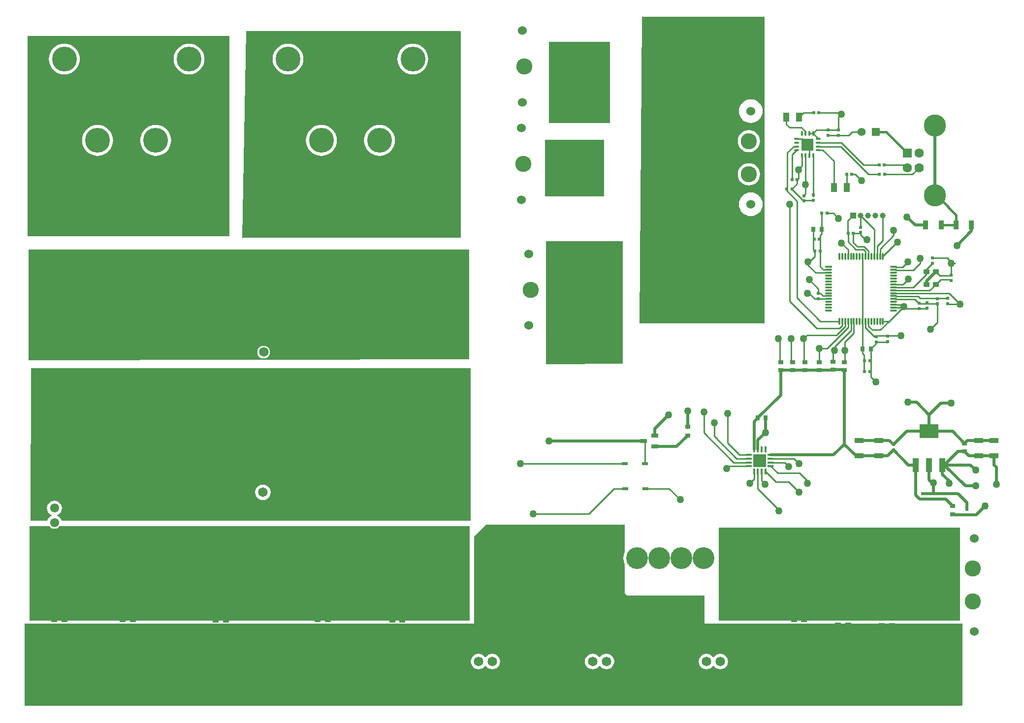
<source format=gtl>
G04*
G04 #@! TF.GenerationSoftware,Altium Limited,Altium Designer,18.1.7 (191)*
G04*
G04 Layer_Physical_Order=1*
G04 Layer_Color=255*
%FSLAX25Y25*%
%MOIN*%
G70*
G01*
G75*
%ADD11C,0.02000*%
%ADD13C,0.01000*%
%ADD18R,0.04375X0.02365*%
%ADD19R,0.02165X0.02165*%
%ADD20R,0.02441X0.02441*%
%ADD21R,0.02165X0.02165*%
%ADD22R,0.02756X0.03347*%
%ADD23R,0.02441X0.02441*%
%ADD24R,0.05118X0.02559*%
%ADD25R,0.03543X0.02756*%
%ADD27R,0.03937X0.09449*%
%ADD28R,0.12992X0.09449*%
%ADD29R,0.03347X0.02756*%
%ADD30R,0.04921X0.01181*%
%ADD31O,0.04921X0.01181*%
%ADD32O,0.01181X0.04921*%
%ADD33O,0.01181X0.03347*%
%ADD34O,0.03347X0.01181*%
%ADD35R,0.08189X0.08189*%
%ADD36R,0.06299X0.03740*%
%ADD37R,0.03937X0.05906*%
%ADD38R,0.03740X0.06299*%
%ADD39R,0.04000X0.09000*%
%ADD40R,0.04000X0.03000*%
G04:AMPARAMS|DCode=41|XSize=35.43mil|YSize=39.37mil|CornerRadius=8.86mil|HoleSize=0mil|Usage=FLASHONLY|Rotation=90.000|XOffset=0mil|YOffset=0mil|HoleType=Round|Shape=RoundedRectangle|*
%AMROUNDEDRECTD41*
21,1,0.03543,0.02165,0,0,90.0*
21,1,0.01772,0.03937,0,0,90.0*
1,1,0.01772,0.01083,0.00886*
1,1,0.01772,0.01083,-0.00886*
1,1,0.01772,-0.01083,-0.00886*
1,1,0.01772,-0.01083,0.00886*
%
%ADD41ROUNDEDRECTD41*%
%ADD42R,0.03937X0.03543*%
%ADD43R,0.03543X0.02953*%
%ADD51R,0.01378X0.03937*%
%ADD52R,0.03937X0.01378*%
%ADD73C,0.06100*%
%ADD77C,0.08800*%
%ADD88R,0.08504X0.08504*%
%ADD89C,0.01600*%
%ADD90C,0.19311*%
%ADD91C,0.14764*%
%ADD92C,0.06496*%
%ADD93C,0.16831*%
%ADD94C,0.10925*%
%ADD95C,0.06004*%
%ADD96C,0.03937*%
%ADD97R,0.03937X0.03937*%
%ADD98C,0.02598*%
%ADD99C,0.14961*%
%ADD100R,0.06299X0.06299*%
%ADD101C,0.06299*%
%ADD102R,0.05512X0.05512*%
%ADD103C,0.05512*%
%ADD104R,0.06496X0.06496*%
%ADD105C,0.05000*%
G36*
X468000Y718500D02*
Y663500D01*
X426500Y663500D01*
Y718500D01*
X468000Y718500D01*
D02*
G37*
G36*
X464000Y614013D02*
X424000D01*
Y652159D01*
X464000D01*
Y614013D01*
D02*
G37*
G36*
X210279Y722500D02*
X210279Y587000D01*
X73672Y587000D01*
X73672Y722500D01*
X210279Y722500D01*
D02*
G37*
G36*
X367000Y725500D02*
Y586000D01*
X220000D01*
X219472Y585472D01*
X219012Y585668D01*
X221500Y726000D01*
X366500D01*
X367000Y725500D01*
D02*
G37*
G36*
X572816Y735500D02*
X572816Y528000D01*
X488361Y528000D01*
X488008Y528355D01*
X489488Y735500D01*
X572816Y735500D01*
D02*
G37*
G36*
X372500Y503500D02*
X74677Y502870D01*
X74323Y503224D01*
Y578000D01*
X372500D01*
Y503500D01*
D02*
G37*
G36*
X476500Y500666D02*
X424855Y500203D01*
X424500Y500554D01*
X424500Y583500D01*
X476500Y583500D01*
X476500Y500666D01*
D02*
G37*
G36*
X373511Y394485D02*
X373157Y394131D01*
X96740Y394145D01*
X96719Y394310D01*
X96213Y395531D01*
X95409Y396579D01*
X94360Y397384D01*
X93716Y397651D01*
Y398192D01*
X94360Y398459D01*
X95409Y399263D01*
X96213Y400312D01*
X96719Y401532D01*
X96891Y402843D01*
X96719Y404153D01*
X96213Y405373D01*
X95409Y406422D01*
X94360Y407226D01*
X93139Y407732D01*
X91829Y407904D01*
X90519Y407732D01*
X89298Y407226D01*
X88250Y406422D01*
X87446Y405373D01*
X86940Y404153D01*
X86768Y402843D01*
X86940Y401532D01*
X87446Y400312D01*
X88250Y399263D01*
X89298Y398459D01*
X89943Y398192D01*
Y397651D01*
X89298Y397384D01*
X88250Y396579D01*
X87446Y395531D01*
X86940Y394310D01*
X86918Y394145D01*
X75853Y394146D01*
X75500Y394500D01*
X76006Y497165D01*
X76011Y497633D01*
X76011Y497633D01*
X373511Y497633D01*
Y394485D01*
D02*
G37*
G36*
X372868Y326500D02*
X74868Y326500D01*
X74868Y390500D01*
X88643D01*
X88941Y390111D01*
X89787Y389462D01*
X90772Y389054D01*
X91829Y388915D01*
X92887Y389054D01*
X93872Y389462D01*
X94718Y390111D01*
X95016Y390500D01*
X372868D01*
X372868Y326500D01*
D02*
G37*
G36*
X704870Y326500D02*
X541784D01*
Y389500D01*
X704870D01*
Y326500D01*
D02*
G37*
G36*
X478000Y373129D02*
X477763Y372686D01*
X477227Y370918D01*
X477046Y369079D01*
X477227Y367240D01*
X477763Y365471D01*
X478000Y365028D01*
Y345000D01*
X479500Y343500D01*
X532000D01*
Y325012D01*
X531512Y324500D01*
X706500D01*
Y269153D01*
X706038Y268962D01*
X706000Y269000D01*
X71500D01*
Y324500D01*
X198532D01*
Y324500D01*
X203532D01*
Y324500D01*
X318000D01*
Y324500D01*
X323000D01*
Y324500D01*
X376207D01*
X375854Y324854D01*
X376043Y383500D01*
X384043Y391500D01*
X478000D01*
Y373129D01*
D02*
G37*
%LPC*%
G36*
X183000Y717448D02*
X181366Y717319D01*
X179771Y716936D01*
X178257Y716309D01*
X176859Y715452D01*
X175612Y714388D01*
X174548Y713141D01*
X173691Y711743D01*
X173064Y710228D01*
X172681Y708634D01*
X172552Y707000D01*
X172681Y705366D01*
X173064Y703771D01*
X173691Y702257D01*
X174548Y700859D01*
X175612Y699613D01*
X176859Y698548D01*
X178257Y697691D01*
X179771Y697064D01*
X181366Y696681D01*
X183000Y696552D01*
X184634Y696681D01*
X186229Y697064D01*
X187743Y697691D01*
X189141Y698548D01*
X190387Y699613D01*
X191452Y700859D01*
X192309Y702257D01*
X192936Y703771D01*
X193319Y705366D01*
X193448Y707000D01*
X193319Y708634D01*
X192936Y710228D01*
X192309Y711743D01*
X191452Y713141D01*
X190387Y714388D01*
X189141Y715452D01*
X187743Y716309D01*
X186229Y716936D01*
X184634Y717319D01*
X183000Y717448D01*
D02*
G37*
G36*
X98512D02*
X96877Y717319D01*
X95283Y716936D01*
X93769Y716309D01*
X92371Y715452D01*
X91124Y714388D01*
X90060Y713141D01*
X89203Y711743D01*
X88576Y710228D01*
X88193Y708634D01*
X88064Y707000D01*
X88193Y705366D01*
X88576Y703771D01*
X89203Y702257D01*
X90060Y700859D01*
X91124Y699613D01*
X92371Y698548D01*
X93769Y697691D01*
X95283Y697064D01*
X96877Y696681D01*
X98512Y696552D01*
X100146Y696681D01*
X101740Y697064D01*
X103255Y697691D01*
X104653Y698548D01*
X105899Y699613D01*
X106964Y700859D01*
X107821Y702257D01*
X108448Y703771D01*
X108831Y705366D01*
X108959Y707000D01*
X108831Y708634D01*
X108448Y710228D01*
X107821Y711743D01*
X106964Y713141D01*
X105899Y714388D01*
X104653Y715452D01*
X103255Y716309D01*
X101740Y716936D01*
X100146Y717319D01*
X98512Y717448D01*
D02*
G37*
G36*
X160441Y662329D02*
X158807Y662201D01*
X157212Y661818D01*
X155698Y661191D01*
X154300Y660334D01*
X153053Y659269D01*
X151989Y658023D01*
X151132Y656625D01*
X150505Y655110D01*
X150122Y653516D01*
X149993Y651882D01*
X150122Y650247D01*
X150505Y648653D01*
X151132Y647139D01*
X151989Y645741D01*
X153053Y644494D01*
X154300Y643430D01*
X155698Y642573D01*
X157212Y641946D01*
X158807Y641563D01*
X160441Y641434D01*
X162075Y641563D01*
X163669Y641946D01*
X165184Y642573D01*
X166582Y643430D01*
X167829Y644494D01*
X168893Y645741D01*
X169750Y647139D01*
X170377Y648653D01*
X170760Y650247D01*
X170888Y651882D01*
X170760Y653516D01*
X170377Y655110D01*
X169750Y656625D01*
X168893Y658023D01*
X167829Y659269D01*
X166582Y660334D01*
X165184Y661191D01*
X163669Y661818D01*
X162075Y662201D01*
X160441Y662329D01*
D02*
G37*
G36*
X121071D02*
X119437Y662201D01*
X117842Y661818D01*
X116328Y661191D01*
X114930Y660334D01*
X113683Y659269D01*
X112619Y658023D01*
X111762Y656625D01*
X111135Y655110D01*
X110752Y653516D01*
X110623Y651882D01*
X110752Y650247D01*
X111135Y648653D01*
X111762Y647139D01*
X112619Y645741D01*
X113683Y644494D01*
X114930Y643430D01*
X116328Y642573D01*
X117842Y641946D01*
X119437Y641563D01*
X121071Y641434D01*
X122705Y641563D01*
X124299Y641946D01*
X125814Y642573D01*
X127212Y643430D01*
X128458Y644494D01*
X129523Y645741D01*
X130380Y647139D01*
X131007Y648653D01*
X131390Y650247D01*
X131518Y651882D01*
X131390Y653516D01*
X131007Y655110D01*
X130380Y656625D01*
X129523Y658023D01*
X128458Y659269D01*
X127212Y660334D01*
X125814Y661191D01*
X124299Y661818D01*
X122705Y662201D01*
X121071Y662329D01*
D02*
G37*
G36*
X334488Y717448D02*
X332854Y717319D01*
X331260Y716936D01*
X329745Y716309D01*
X328347Y715452D01*
X327101Y714388D01*
X326036Y713141D01*
X325179Y711743D01*
X324552Y710228D01*
X324169Y708634D01*
X324041Y707000D01*
X324169Y705366D01*
X324552Y703771D01*
X325179Y702257D01*
X326036Y700859D01*
X327101Y699613D01*
X328347Y698548D01*
X329745Y697691D01*
X331260Y697064D01*
X332854Y696681D01*
X334488Y696552D01*
X336123Y696681D01*
X337717Y697064D01*
X339231Y697691D01*
X340629Y698548D01*
X341876Y699613D01*
X342940Y700859D01*
X343797Y702257D01*
X344424Y703771D01*
X344807Y705366D01*
X344936Y707000D01*
X344807Y708634D01*
X344424Y710228D01*
X343797Y711743D01*
X342940Y713141D01*
X341876Y714388D01*
X340629Y715452D01*
X339231Y716309D01*
X337717Y716936D01*
X336123Y717319D01*
X334488Y717448D01*
D02*
G37*
G36*
X250000D02*
X248366Y717319D01*
X246772Y716936D01*
X245257Y716309D01*
X243859Y715452D01*
X242613Y714388D01*
X241548Y713141D01*
X240691Y711743D01*
X240064Y710228D01*
X239681Y708634D01*
X239552Y707000D01*
X239681Y705366D01*
X240064Y703771D01*
X240691Y702257D01*
X241548Y700859D01*
X242613Y699613D01*
X243859Y698548D01*
X245257Y697691D01*
X246772Y697064D01*
X248366Y696681D01*
X250000Y696552D01*
X251634Y696681D01*
X253228Y697064D01*
X254743Y697691D01*
X256141Y698548D01*
X257387Y699613D01*
X258452Y700859D01*
X259309Y702257D01*
X259936Y703771D01*
X260319Y705366D01*
X260448Y707000D01*
X260319Y708634D01*
X259936Y710228D01*
X259309Y711743D01*
X258452Y713141D01*
X257387Y714388D01*
X256141Y715452D01*
X254743Y716309D01*
X253228Y716936D01*
X251634Y717319D01*
X250000Y717448D01*
D02*
G37*
G36*
X311929Y662329D02*
X310295Y662201D01*
X308701Y661818D01*
X307186Y661191D01*
X305788Y660334D01*
X304542Y659269D01*
X303477Y658023D01*
X302620Y656625D01*
X301993Y655110D01*
X301610Y653516D01*
X301482Y651882D01*
X301610Y650247D01*
X301993Y648653D01*
X302620Y647139D01*
X303477Y645741D01*
X304542Y644494D01*
X305788Y643430D01*
X307186Y642573D01*
X308701Y641946D01*
X310295Y641563D01*
X311929Y641434D01*
X313563Y641563D01*
X315158Y641946D01*
X316672Y642573D01*
X318070Y643430D01*
X319317Y644494D01*
X320381Y645741D01*
X321238Y647139D01*
X321865Y648653D01*
X322248Y650247D01*
X322377Y651882D01*
X322248Y653516D01*
X321865Y655110D01*
X321238Y656625D01*
X320381Y658023D01*
X319317Y659269D01*
X318070Y660334D01*
X316672Y661191D01*
X315158Y661818D01*
X313563Y662201D01*
X311929Y662329D01*
D02*
G37*
G36*
X272559D02*
X270925Y662201D01*
X269331Y661818D01*
X267816Y661191D01*
X266418Y660334D01*
X265172Y659269D01*
X264107Y658023D01*
X263250Y656625D01*
X262623Y655110D01*
X262240Y653516D01*
X262111Y651882D01*
X262240Y650247D01*
X262623Y648653D01*
X263250Y647139D01*
X264107Y645741D01*
X265172Y644494D01*
X266418Y643430D01*
X267816Y642573D01*
X269331Y641946D01*
X270925Y641563D01*
X272559Y641434D01*
X274193Y641563D01*
X275787Y641946D01*
X277302Y642573D01*
X278700Y643430D01*
X279947Y644494D01*
X281011Y645741D01*
X281868Y647139D01*
X282495Y648653D01*
X282878Y650247D01*
X283007Y651882D01*
X282878Y653516D01*
X282495Y655110D01*
X281868Y656625D01*
X281011Y658023D01*
X279947Y659269D01*
X278700Y660334D01*
X277302Y661191D01*
X275787Y661818D01*
X274193Y662201D01*
X272559Y662329D01*
D02*
G37*
G36*
X563279Y679779D02*
X561711Y679624D01*
X560202Y679167D01*
X558811Y678424D01*
X557592Y677423D01*
X556592Y676204D01*
X555849Y674814D01*
X555391Y673305D01*
X555237Y671736D01*
X555391Y670167D01*
X555849Y668658D01*
X556592Y667268D01*
X557592Y666049D01*
X558811Y665049D01*
X560202Y664306D01*
X561711Y663848D01*
X563279Y663694D01*
X564849Y663848D01*
X566357Y664306D01*
X567748Y665049D01*
X568967Y666049D01*
X569967Y667268D01*
X570710Y668658D01*
X571168Y670167D01*
X571322Y671736D01*
X571168Y673305D01*
X570710Y674814D01*
X569967Y676204D01*
X568967Y677423D01*
X567748Y678424D01*
X566357Y679167D01*
X564849Y679624D01*
X563279Y679779D01*
D02*
G37*
G36*
X562000Y658881D02*
X560537Y658737D01*
X559130Y658310D01*
X557834Y657617D01*
X556698Y656684D01*
X555765Y655548D01*
X555072Y654251D01*
X554645Y652845D01*
X554501Y651382D01*
X554645Y649919D01*
X555072Y648512D01*
X555765Y647216D01*
X556698Y646079D01*
X557834Y645147D01*
X559130Y644454D01*
X560537Y644027D01*
X562000Y643883D01*
X563463Y644027D01*
X564870Y644454D01*
X566166Y645147D01*
X567302Y646079D01*
X568235Y647216D01*
X568928Y648512D01*
X569355Y649919D01*
X569499Y651382D01*
X569355Y652845D01*
X568928Y654251D01*
X568235Y655548D01*
X567302Y656684D01*
X566166Y657617D01*
X564870Y658310D01*
X563463Y658737D01*
X562000Y658881D01*
D02*
G37*
G36*
Y636440D02*
X560537Y636296D01*
X559130Y635869D01*
X557834Y635176D01*
X556698Y634243D01*
X555765Y633107D01*
X555072Y631811D01*
X554645Y630404D01*
X554501Y628941D01*
X554645Y627478D01*
X555072Y626071D01*
X555765Y624775D01*
X556698Y623639D01*
X557834Y622706D01*
X559130Y622013D01*
X560537Y621586D01*
X562000Y621442D01*
X563463Y621586D01*
X564870Y622013D01*
X566166Y622706D01*
X567302Y623639D01*
X568235Y624775D01*
X568928Y626071D01*
X569355Y627478D01*
X569499Y628941D01*
X569355Y630404D01*
X568928Y631811D01*
X568235Y633107D01*
X567302Y634243D01*
X566166Y635176D01*
X564870Y635869D01*
X563463Y636296D01*
X562000Y636440D01*
D02*
G37*
G36*
X563279Y616629D02*
X561711Y616475D01*
X560202Y616017D01*
X558811Y615274D01*
X557592Y614274D01*
X556592Y613055D01*
X555849Y611664D01*
X555391Y610156D01*
X555237Y608587D01*
X555391Y607018D01*
X555849Y605509D01*
X556592Y604118D01*
X557592Y602900D01*
X558811Y601899D01*
X560202Y601156D01*
X561711Y600699D01*
X563279Y600544D01*
X564849Y600699D01*
X566357Y601156D01*
X567748Y601899D01*
X568967Y602900D01*
X569967Y604118D01*
X570710Y605509D01*
X571168Y607018D01*
X571322Y608587D01*
X571168Y610156D01*
X570710Y611664D01*
X569967Y613055D01*
X568967Y614274D01*
X567748Y615274D01*
X566357Y616017D01*
X564849Y616475D01*
X563279Y616629D01*
D02*
G37*
G36*
X233500Y512784D02*
X232391Y512639D01*
X231358Y512211D01*
X230470Y511529D01*
X229789Y510642D01*
X229361Y509609D01*
X229215Y508500D01*
X229361Y507391D01*
X229789Y506357D01*
X230470Y505470D01*
X231358Y504789D01*
X232391Y504361D01*
X233500Y504215D01*
X234609Y504361D01*
X235642Y504789D01*
X236530Y505470D01*
X237211Y506357D01*
X237639Y507391D01*
X237785Y508500D01*
X237639Y509609D01*
X237211Y510642D01*
X236530Y511529D01*
X235642Y512211D01*
X234609Y512639D01*
X233500Y512784D01*
D02*
G37*
G36*
X233000Y418761D02*
X231638Y418582D01*
X230369Y418057D01*
X229279Y417220D01*
X228443Y416131D01*
X227918Y414862D01*
X227738Y413500D01*
X227918Y412138D01*
X228443Y410869D01*
X229279Y409780D01*
X230369Y408943D01*
X231638Y408418D01*
X233000Y408239D01*
X234362Y408418D01*
X235631Y408943D01*
X236720Y409780D01*
X237557Y410869D01*
X238082Y412138D01*
X238262Y413500D01*
X238082Y414862D01*
X237557Y416131D01*
X236720Y417220D01*
X235631Y418057D01*
X234362Y418582D01*
X233000Y418761D01*
D02*
G37*
G36*
X542694Y304293D02*
X541324Y304113D01*
X540047Y303584D01*
X538951Y302743D01*
X538363Y301977D01*
X537733D01*
X537145Y302743D01*
X536049Y303584D01*
X534772Y304113D01*
X533402Y304293D01*
X532032Y304113D01*
X530756Y303584D01*
X529659Y302743D01*
X528818Y301647D01*
X528289Y300370D01*
X528109Y299000D01*
X528289Y297630D01*
X528818Y296353D01*
X529659Y295257D01*
X530756Y294416D01*
X532032Y293887D01*
X533402Y293707D01*
X534772Y293887D01*
X536049Y294416D01*
X537145Y295257D01*
X537733Y296023D01*
X538363D01*
X538951Y295257D01*
X540047Y294416D01*
X541324Y293887D01*
X542694Y293707D01*
X544064Y293887D01*
X545340Y294416D01*
X546436Y295257D01*
X547278Y296353D01*
X547807Y297630D01*
X547987Y299000D01*
X547807Y300370D01*
X547278Y301647D01*
X546436Y302743D01*
X545340Y303584D01*
X544064Y304113D01*
X542694Y304293D01*
D02*
G37*
G36*
X465528D02*
X464158Y304113D01*
X462882Y303584D01*
X461785Y302743D01*
X461198Y301977D01*
X460567D01*
X459980Y302743D01*
X458883Y303584D01*
X457607Y304113D01*
X456237Y304293D01*
X454867Y304113D01*
X453590Y303584D01*
X452494Y302743D01*
X451653Y301647D01*
X451124Y300370D01*
X450944Y299000D01*
X451124Y297630D01*
X451653Y296353D01*
X452494Y295257D01*
X453590Y294416D01*
X454867Y293887D01*
X456237Y293707D01*
X457607Y293887D01*
X458883Y294416D01*
X459980Y295257D01*
X460567Y296023D01*
X461198D01*
X461785Y295257D01*
X462882Y294416D01*
X464158Y293887D01*
X465528Y293707D01*
X466898Y293887D01*
X468175Y294416D01*
X469271Y295257D01*
X470112Y296353D01*
X470641Y297630D01*
X470822Y299000D01*
X470641Y300370D01*
X470112Y301647D01*
X469271Y302743D01*
X468175Y303584D01*
X466898Y304113D01*
X465528Y304293D01*
D02*
G37*
G36*
X388363D02*
X386993Y304113D01*
X385716Y303584D01*
X384620Y302743D01*
X384032Y301977D01*
X383402D01*
X382814Y302743D01*
X381718Y303584D01*
X380441Y304113D01*
X379071Y304293D01*
X377701Y304113D01*
X376425Y303584D01*
X375328Y302743D01*
X374487Y301647D01*
X373958Y300370D01*
X373778Y299000D01*
X373958Y297630D01*
X374487Y296353D01*
X375328Y295257D01*
X376425Y294416D01*
X377701Y293887D01*
X379071Y293707D01*
X380441Y293887D01*
X381718Y294416D01*
X382814Y295257D01*
X383402Y296023D01*
X384032D01*
X384620Y295257D01*
X385716Y294416D01*
X386993Y293887D01*
X388363Y293707D01*
X389733Y293887D01*
X391009Y294416D01*
X392106Y295257D01*
X392947Y296353D01*
X393476Y297630D01*
X393656Y299000D01*
X393476Y300370D01*
X392947Y301647D01*
X392106Y302743D01*
X391009Y303584D01*
X389733Y304113D01*
X388363Y304293D01*
D02*
G37*
%LPD*%
D11*
X609500Y496185D02*
X618662D01*
X583500D02*
X609500D01*
X619339Y438839D02*
X626581Y446081D01*
X576808Y438839D02*
X619339D01*
X626724Y445937D02*
Y496366D01*
Y445937D02*
X633823Y438839D01*
X426500Y448314D02*
X490074D01*
X498240Y452740D02*
Y456597D01*
X507500Y465857D01*
X498974Y444574D02*
X506973D01*
X507000Y444547D01*
X513000Y444500D02*
X520500Y452000D01*
X506953Y444500D02*
X513000D01*
X520500Y457240D02*
Y468500D01*
X729500Y419000D02*
Y430500D01*
X728000Y432000D02*
X729500Y430500D01*
X728000Y432000D02*
Y438283D01*
X697500Y419500D02*
Y421339D01*
X693055Y425783D02*
X697500Y421339D01*
X687000Y413275D02*
Y420000D01*
X686216Y412491D02*
X687000Y413275D01*
X685839Y420000D02*
X687000D01*
X684000Y421839D02*
X685839Y420000D01*
X684000Y421839D02*
Y432083D01*
X694417D02*
X711917D01*
X693055D02*
X694417D01*
X693055Y425783D02*
Y432083D01*
X694417D02*
X708500Y418000D01*
X715500D01*
X674945Y411555D02*
Y432083D01*
Y411555D02*
X677631Y408869D01*
X686216Y412491D02*
X693716D01*
X686216Y412491D02*
Y412491D01*
X679716Y408869D02*
X686216D01*
X677631D02*
X679716D01*
X703579Y441244D02*
X708000D01*
X694417Y432083D02*
X703579Y441244D01*
X633823Y438839D02*
X635984D01*
X506953Y444500D02*
X507000Y444547D01*
X711917Y432083D02*
X715500Y428500D01*
X693716Y412491D02*
X703500D01*
X709500Y406491D01*
Y402000D02*
Y406491D01*
X679716Y412491D02*
X686216D01*
X686216Y412491D01*
X695387Y408869D02*
X700000Y404256D01*
X693716Y408869D02*
X695387D01*
X693716Y412491D02*
X693716Y412491D01*
X686216Y408869D02*
X693716D01*
X565489Y461449D02*
X567851Y463811D01*
X565489Y442480D02*
Y461449D01*
X583500Y479460D02*
Y496185D01*
X567851Y463811D02*
X583500Y479460D01*
X635984Y438839D02*
X636657Y438165D01*
X700000Y398744D02*
X700366Y398378D01*
X709500D01*
X716009D01*
X722000Y404369D01*
X669500Y474500D02*
X675500D01*
X684000Y466000D01*
X692000Y474000D02*
X698839D01*
X684000Y466000D02*
X692000Y474000D01*
X684000Y454917D02*
Y466000D01*
X636657Y438165D02*
X636819Y438327D01*
X650000D01*
X656138D01*
X660000Y442189D01*
X670106Y432083D01*
X674945D01*
X636657Y448598D02*
X636819Y448760D01*
X650000D01*
X657051D01*
X660000Y445811D01*
X669107Y454917D01*
X684000D01*
X699838D02*
X708000Y446756D01*
X684000Y454917D02*
X699838D01*
X728000Y448716D02*
X728000Y448716D01*
X717500Y448716D02*
X728000D01*
X728000Y438283D02*
X728000Y438283D01*
X717500Y438283D02*
X728000D01*
X710961D02*
X717500D01*
X708000Y441244D02*
X710961Y438283D01*
X709961Y448716D02*
X717500D01*
X708000Y446756D02*
X709961Y448716D01*
X568048Y448925D02*
X573166Y454043D01*
X568048Y442480D02*
Y448925D01*
X573166Y454043D02*
X573363Y454240D01*
Y463811D01*
X626701Y496523D02*
X626724Y496500D01*
X619000Y496523D02*
X626701D01*
X618662Y496185D02*
X619000Y496523D01*
X703000Y580787D02*
X712717Y590504D01*
Y594543D01*
X655732Y515421D02*
X656000Y515689D01*
X682311Y538000D02*
X682500Y538189D01*
X637500Y589000D02*
Y589543D01*
X687890Y614641D02*
Y662043D01*
X647906Y488213D02*
X647917Y488224D01*
X674500Y594543D02*
X681783D01*
X669000Y600043D02*
X674500Y594543D01*
X682201Y556716D02*
X688500Y563015D01*
X682201Y554354D02*
Y556716D01*
D13*
Y561201D02*
Y563015D01*
X673307Y552307D02*
X682201Y561201D01*
X661311Y552307D02*
X673307D01*
X598716Y614815D02*
X599541D01*
X600382Y615656D02*
Y622043D01*
X599541Y614815D02*
X600382Y615656D01*
X588000Y619043D02*
Y643543D01*
X594772Y545145D02*
Y610774D01*
X587728Y617817D02*
X594772Y610774D01*
X587728Y617817D02*
Y619043D01*
X697949Y560260D02*
X699000Y561311D01*
X696500Y541307D02*
X696807Y541000D01*
X597823Y652862D02*
X601661Y649023D01*
X602941Y641543D02*
Y647744D01*
X605744Y577945D02*
Y591500D01*
X606531Y544512D02*
X616102D01*
X644547Y491645D02*
Y510767D01*
X605744Y577945D02*
X606689Y577000D01*
X605744Y591500D02*
Y592500D01*
X610311Y577000D02*
Y587555D01*
Y566445D02*
Y577000D01*
X611256Y588500D02*
Y596000D01*
X610311Y587555D02*
X611256Y588500D01*
X606689Y573232D02*
Y577000D01*
X626724Y496500D02*
X626949D01*
X491583Y433000D02*
Y447491D01*
X490760Y448314D02*
X491583Y447491D01*
X576808Y436322D02*
X592677D01*
X573166Y427563D02*
X580186Y420543D01*
X588957D02*
X596000Y413500D01*
X592677Y436322D02*
X596000Y433000D01*
X580186Y420543D02*
X588957D01*
X586236Y433764D02*
X589000Y431000D01*
X576808Y433764D02*
X586236D01*
X576808Y431204D02*
X581512Y426500D01*
X596366D02*
X601661Y421204D01*
X581512Y426500D02*
X596366D01*
X601661Y419543D02*
Y421204D01*
X696189Y572311D02*
X699000Y569500D01*
X698929Y568763D02*
X701641D01*
X698929Y561382D02*
Y568763D01*
Y561382D02*
X699000Y561311D01*
X407457Y433000D02*
X476945D01*
X622500Y655189D02*
X629689D01*
X632043Y657543D01*
X638157D01*
X648342Y515421D02*
X655732D01*
X677221Y538000D02*
X682311D01*
X678000Y544929D02*
X685811D01*
X676528Y546401D02*
X678000Y544929D01*
X685811D02*
X696500D01*
X689500Y528500D02*
Y540385D01*
X685000Y524000D02*
X689500Y528500D01*
X688500Y541385D02*
X689500Y540385D01*
X677221Y541385D02*
X688500D01*
X697500Y548370D02*
X704870Y541000D01*
X696807D02*
X704870D01*
X661311Y546401D02*
X676528D01*
X602941Y557543D02*
X609142Y551342D01*
Y548311D02*
Y551342D01*
Y548311D02*
X610338D01*
X612169Y546480D01*
X602673Y548370D02*
X606531Y544512D01*
X601661Y548370D02*
X602673D01*
X644547Y510767D02*
X648342Y514562D01*
Y515421D01*
X645543Y523500D02*
X651130D01*
X657083Y529452D01*
X647457Y519500D02*
X664941D01*
X647000Y519043D02*
X647457Y519500D01*
X641004Y525039D02*
X647000Y519043D01*
X642972Y526071D02*
X645543Y523500D01*
X623662Y670500D02*
X624662Y669500D01*
X609377Y670500D02*
X623662D01*
X632811Y589000D02*
X637500D01*
X674173Y544433D02*
X677221Y541385D01*
X622500Y667338D02*
X624662Y669500D01*
X622500Y658811D02*
Y667338D01*
X605605Y656609D02*
X607807Y658811D01*
X615500D01*
Y655189D02*
X622500D01*
X615500Y658811D02*
X622500D01*
X602957Y569500D02*
X606689Y573232D01*
X602000Y569500D02*
X602957D01*
X602000Y567444D02*
X607216Y562228D01*
X602000Y567444D02*
Y569500D01*
X619186Y602500D02*
X622686Y599000D01*
X615000Y602500D02*
X619186D01*
X611256Y596000D02*
Y601756D01*
X610311Y566445D02*
X612559Y564197D01*
X624662Y582354D02*
X629193Y577823D01*
Y573350D02*
Y577823D01*
X667000Y539370D02*
X668370Y538000D01*
X677221D01*
X661311Y544433D02*
X674173D01*
X637500Y601043D02*
X646909Y591634D01*
Y573350D02*
Y591634D01*
X637500Y593086D02*
Y601043D01*
X641004Y584496D02*
X642000D01*
X637500Y588000D02*
X641004Y584496D01*
X637500Y588000D02*
Y589000D01*
X632811Y582689D02*
Y589000D01*
Y582689D02*
X635500Y580000D01*
X639972D01*
X642972Y577000D01*
Y573350D02*
Y577000D01*
X641004Y573350D02*
Y576543D01*
X639532Y578016D02*
X641004Y576543D01*
X634339Y578016D02*
X639532D01*
X629189Y583165D02*
X634339Y578016D01*
X629189Y583165D02*
Y589000D01*
X629000Y590047D02*
Y597543D01*
X632500Y601043D01*
X491791Y416000D02*
X491797Y415995D01*
X478203D02*
X478209Y416000D01*
X470638Y415995D02*
X478203D01*
X633843Y628815D02*
X638157Y624500D01*
X631772Y628815D02*
X633843D01*
X628161Y628000D02*
X628228D01*
X628161Y620043D02*
X628161Y628000D01*
X491797Y415995D02*
X508005D01*
X515500Y408500D01*
X416000Y399000D02*
X453643D01*
X470638Y415995D01*
X570607Y421436D02*
Y427563D01*
X600382Y657661D02*
Y658161D01*
Y656504D02*
Y657661D01*
X597543Y660500D02*
X600382Y657661D01*
X589500Y660500D02*
X597543D01*
X587280Y662720D02*
X589500Y660500D01*
X587280Y662720D02*
Y667500D01*
X595941D02*
X598941Y670500D01*
X605605D01*
X612559Y564197D02*
X616102D01*
X598957Y517500D02*
X601500Y520043D01*
X590500Y503161D02*
Y516339D01*
Y503161D02*
X591661Y502000D01*
X590500Y517500D02*
X590690D01*
X591661Y516529D01*
X590500Y516339D02*
Y517500D01*
Y516339D02*
X591000Y515839D01*
X599356Y501686D02*
Y516529D01*
X619000Y508500D02*
X620000Y509500D01*
X619000Y501838D02*
Y508500D01*
X582841Y502255D02*
Y517255D01*
X609500Y501658D02*
Y502000D01*
Y501658D02*
X609788Y502000D01*
X568048Y415995D02*
Y427563D01*
X609500Y502000D02*
X609788Y502288D01*
Y511043D01*
X626949Y501681D02*
Y509198D01*
X565489Y422532D02*
Y427563D01*
X626949Y515256D02*
X633130Y521437D01*
X626949Y510767D02*
Y515256D01*
X633130Y521437D02*
Y529452D01*
X631161Y523161D02*
Y529452D01*
X620000Y512000D02*
X631161Y523161D01*
X620000Y509500D02*
Y512000D01*
X627224Y525937D02*
Y529452D01*
X621330Y520043D02*
X627224Y525937D01*
X601500Y520043D02*
X621330D01*
X629193Y525193D02*
Y529452D01*
X615043Y511043D02*
X629193Y525193D01*
X609788Y511043D02*
X615043D01*
X691835Y557689D02*
X698929D01*
X688500Y554354D02*
X691835Y557689D01*
X691256Y560260D02*
X697949D01*
X688500Y563015D02*
X691256Y560260D01*
X684484Y550338D02*
X688500Y554354D01*
X661311Y550338D02*
X684484D01*
X682201Y563015D02*
Y564469D01*
X686421Y568689D01*
Y572311D02*
X696189D01*
X686000D02*
X686421D01*
X639035Y510767D02*
Y529452D01*
X647917Y488224D02*
Y488276D01*
X644547Y491645D02*
X647917Y488276D01*
X640047Y495578D02*
Y506756D01*
X639736Y495267D02*
X640047Y495578D01*
X612114Y645185D02*
X619500Y637799D01*
Y621023D02*
Y637799D01*
X568048Y415995D02*
X582400Y401643D01*
Y401043D02*
Y401643D01*
X654000Y628815D02*
X672615D01*
X677221Y633421D01*
X643000Y629043D02*
X650457D01*
X624299Y647744D02*
X643000Y629043D01*
X667496Y635271D02*
X669347Y633421D01*
X653772Y635271D02*
X667496D01*
X570607Y421436D02*
X573000Y419043D01*
X546839Y429543D02*
X548500Y431204D01*
X546500Y429204D02*
X546839Y429543D01*
X562500Y419543D02*
X565489Y422532D01*
X548500Y431204D02*
X561848D01*
X547500Y447043D02*
X555661Y438881D01*
X547500Y447043D02*
Y467043D01*
X538500Y451543D02*
X553721Y436322D01*
X538500Y451543D02*
Y460543D01*
X531500Y454043D02*
X551780Y433764D01*
X531500Y454043D02*
Y468043D01*
X551780Y433764D02*
X561848D01*
X553721Y436322D02*
X561848D01*
X555661Y438881D02*
X561848D01*
X639035Y529452D02*
Y573350D01*
X641004Y525039D02*
Y529452D01*
X642972Y526071D02*
Y529452D01*
X652815D02*
X657083D01*
X667000Y539370D01*
X666171Y554275D02*
X669939Y558043D01*
X678000Y568763D02*
Y572043D01*
X673354Y564118D02*
X678000Y568763D01*
X589500Y543043D02*
Y608543D01*
Y543043D02*
X608000Y524543D01*
X623287D01*
X625256Y526511D01*
X594772Y545145D02*
X610465Y529452D01*
X623287D01*
X648878Y573350D02*
Y580421D01*
X652500Y584043D01*
Y601043D01*
X660000Y587543D02*
Y591043D01*
X650846Y573350D02*
Y578389D01*
X660000Y587543D01*
X652815Y573350D02*
X662319Y582854D01*
X662500D01*
X602941Y555708D02*
Y557543D01*
X607216Y562228D02*
X616102D01*
X612169Y546480D02*
X616102D01*
X625256Y526511D02*
Y529452D01*
X591272Y618716D02*
X598716Y611271D01*
X665271Y538527D02*
X666090Y539346D01*
X667000Y539370D01*
X664941Y540496D02*
X666090Y539346D01*
X661311Y540496D02*
X664941D01*
X661311Y538527D02*
X665271D01*
X600382Y622043D02*
Y640307D01*
X594181Y652862D02*
X597823D01*
X591272Y618716D02*
Y619043D01*
X598716Y611271D02*
X605500D01*
X591272Y619043D02*
X594772Y622543D01*
Y625197D01*
X595500Y625925D01*
Y632043D01*
X588000Y643543D02*
X592201Y647744D01*
X594181D01*
X591228Y642232D02*
X594181Y645185D01*
X591228Y625197D02*
Y642232D01*
X601661Y649023D02*
X602941Y647744D01*
X605500Y614043D02*
Y641543D01*
X596772Y633421D02*
X597823Y634472D01*
Y641543D01*
X605500Y656504D02*
X609142Y652862D01*
X639693Y635271D02*
X650500D01*
X624662Y650303D02*
X639693Y635271D01*
X609142Y650303D02*
X624662D01*
X609142Y647744D02*
X624299D01*
X609142Y645185D02*
X612114D01*
X602941Y656504D02*
X605500D01*
X702283Y594543D02*
X702284Y594543D01*
X669347Y633421D02*
X669939Y634013D01*
X661311Y564118D02*
X673354D01*
X666090Y566086D02*
X669500Y569496D01*
X639035Y507767D02*
X640047Y506756D01*
X661311Y548370D02*
X697500D01*
X661311Y554275D02*
X666171D01*
X661311Y566086D02*
X666090D01*
X639035Y507767D02*
Y510767D01*
X691500Y612216D02*
Y612618D01*
D18*
X491583Y433000D02*
D03*
X478000D02*
D03*
X492000Y416000D02*
D03*
X478417D02*
D03*
D19*
X611457Y602500D02*
D03*
X615000D02*
D03*
X587728Y619043D02*
D03*
X591272D02*
D03*
X591228Y625197D02*
D03*
X594772D02*
D03*
X628228Y628815D02*
D03*
X631772D02*
D03*
X609377Y670500D02*
D03*
X605833D02*
D03*
X650457Y629043D02*
D03*
X654000D02*
D03*
X650228Y635271D02*
D03*
X653772D02*
D03*
D20*
X699000Y557000D02*
D03*
Y560622D02*
D03*
X660000Y445811D02*
D03*
Y442189D02*
D03*
X693716Y412491D02*
D03*
Y408869D02*
D03*
X686216Y412491D02*
D03*
Y408869D02*
D03*
X679716Y412491D02*
D03*
Y408869D02*
D03*
X709500Y402000D02*
D03*
Y398378D02*
D03*
X656000Y519311D02*
D03*
Y515689D02*
D03*
X682500Y538189D02*
D03*
Y541811D02*
D03*
X609142Y544689D02*
D03*
Y548311D02*
D03*
X622500Y658811D02*
D03*
Y655189D02*
D03*
X615500Y658811D02*
D03*
Y655189D02*
D03*
X696500Y544811D02*
D03*
Y541189D02*
D03*
X677221Y541622D02*
D03*
Y538000D02*
D03*
X686421Y568689D02*
D03*
Y572311D02*
D03*
X648342Y519043D02*
D03*
Y515421D02*
D03*
D21*
X689500Y544771D02*
D03*
Y541228D02*
D03*
X637500Y589543D02*
D03*
Y593086D02*
D03*
X599356Y610846D02*
D03*
Y614389D02*
D03*
X605500Y614815D02*
D03*
Y611271D02*
D03*
D22*
X611256Y591500D02*
D03*
X605744D02*
D03*
X573363Y463811D02*
D03*
X567851D02*
D03*
X639035Y510767D02*
D03*
X644547D02*
D03*
D23*
X609811Y585000D02*
D03*
X606189D02*
D03*
X606689Y577000D02*
D03*
X610311D02*
D03*
X643819Y495267D02*
D03*
X640197D02*
D03*
Y502724D02*
D03*
X643819D02*
D03*
X632811Y589000D02*
D03*
X629189D02*
D03*
D24*
X498240Y444574D02*
D03*
Y452054D02*
D03*
X490760Y448314D02*
D03*
D25*
X520500Y457905D02*
D03*
Y452000D02*
D03*
D27*
X674945Y432083D02*
D03*
X684000D02*
D03*
X693055D02*
D03*
D28*
X684000Y454917D02*
D03*
D29*
X700000Y404256D02*
D03*
Y398744D02*
D03*
X708000Y446756D02*
D03*
Y441244D02*
D03*
D30*
X616102Y566165D02*
D03*
D31*
Y564197D02*
D03*
Y562228D02*
D03*
Y560260D02*
D03*
Y558291D02*
D03*
Y556323D02*
D03*
Y554354D02*
D03*
Y552386D02*
D03*
Y550417D02*
D03*
Y548449D02*
D03*
Y546480D02*
D03*
Y544512D02*
D03*
Y542543D02*
D03*
Y540575D02*
D03*
Y538606D02*
D03*
Y536638D02*
D03*
X660000D02*
D03*
Y538606D02*
D03*
Y540575D02*
D03*
Y542543D02*
D03*
Y544512D02*
D03*
Y546480D02*
D03*
Y548449D02*
D03*
Y550417D02*
D03*
Y552386D02*
D03*
Y554354D02*
D03*
Y556323D02*
D03*
Y558291D02*
D03*
Y560260D02*
D03*
Y562228D02*
D03*
Y564197D02*
D03*
Y566165D02*
D03*
D32*
X623287Y529452D02*
D03*
X625256D02*
D03*
X627224D02*
D03*
X629193D02*
D03*
X631161D02*
D03*
X633130D02*
D03*
X635098D02*
D03*
X637067D02*
D03*
X639035D02*
D03*
X641004D02*
D03*
X642972D02*
D03*
X644941D02*
D03*
X646909D02*
D03*
X648878D02*
D03*
X650846D02*
D03*
X652815D02*
D03*
Y573350D02*
D03*
X650846D02*
D03*
X648878D02*
D03*
X646909D02*
D03*
X644941D02*
D03*
X642972D02*
D03*
X641004D02*
D03*
X639035D02*
D03*
X637067D02*
D03*
X635098D02*
D03*
X633130D02*
D03*
X631161D02*
D03*
X629193D02*
D03*
X627224D02*
D03*
X625256D02*
D03*
X623287D02*
D03*
D33*
X597823Y641543D02*
D03*
X600382D02*
D03*
X602941D02*
D03*
X605500D02*
D03*
Y656504D02*
D03*
X602941D02*
D03*
X600382D02*
D03*
X597823D02*
D03*
D34*
X609142Y645185D02*
D03*
Y647744D02*
D03*
Y650303D02*
D03*
Y652862D02*
D03*
X594181D02*
D03*
Y650303D02*
D03*
Y647744D02*
D03*
Y645185D02*
D03*
D35*
X601661Y649023D02*
D03*
D36*
X728000Y448716D02*
D03*
Y438283D02*
D03*
X717500Y448716D02*
D03*
Y438283D02*
D03*
X650000Y448760D02*
D03*
Y438327D02*
D03*
X636657Y448598D02*
D03*
Y438165D02*
D03*
D37*
X628161Y620043D02*
D03*
X619500D02*
D03*
X587280Y667500D02*
D03*
X595941D02*
D03*
D38*
X681783Y594543D02*
D03*
X692216D02*
D03*
X702284Y594543D02*
D03*
X712717D02*
D03*
D39*
X652032Y330984D02*
D03*
X659000Y330984D02*
D03*
X276969Y329984D02*
D03*
X270000Y329984D02*
D03*
X622225Y331500D02*
D03*
X629193Y331500D02*
D03*
X599468Y330001D02*
D03*
X592500Y330000D02*
D03*
X320500Y329500D02*
D03*
X327469Y329500D02*
D03*
X208000D02*
D03*
X201032Y329500D02*
D03*
X138000Y330000D02*
D03*
X144969Y330000D02*
D03*
X98548D02*
D03*
X91579Y330000D02*
D03*
D40*
X652031Y323500D02*
D03*
X659000D02*
D03*
X276968Y322500D02*
D03*
X270000D02*
D03*
X622224Y324016D02*
D03*
X629193D02*
D03*
X599468Y322516D02*
D03*
X592500D02*
D03*
X320500Y322016D02*
D03*
X327469D02*
D03*
X208000D02*
D03*
X201031D02*
D03*
X138000Y322516D02*
D03*
X144969D02*
D03*
X98548D02*
D03*
X91579D02*
D03*
D41*
X682201Y554354D02*
D03*
Y563015D02*
D03*
X688500D02*
D03*
D42*
Y554354D02*
D03*
D43*
X609500Y496343D02*
D03*
Y501658D02*
D03*
X626724Y496366D02*
D03*
Y501681D02*
D03*
X600000Y496343D02*
D03*
Y501658D02*
D03*
X619000Y496523D02*
D03*
Y501838D02*
D03*
X583500Y501500D02*
D03*
Y496185D02*
D03*
X591661Y501657D02*
D03*
Y496343D02*
D03*
D51*
X573167Y442480D02*
D03*
X570608D02*
D03*
X568048D02*
D03*
X565489D02*
D03*
Y427520D02*
D03*
X568048D02*
D03*
X570608D02*
D03*
X573167D02*
D03*
D52*
X561848Y438839D02*
D03*
Y436280D02*
D03*
Y433721D02*
D03*
Y431161D02*
D03*
X576808D02*
D03*
Y433721D02*
D03*
Y436280D02*
D03*
Y438839D02*
D03*
D73*
X91829Y402843D02*
D03*
Y393000D02*
D03*
D77*
X520000Y546500D02*
D03*
Y559500D02*
D03*
X467000Y546500D02*
D03*
Y559500D02*
D03*
X512500Y626071D02*
D03*
Y639071D02*
D03*
X459500Y626071D02*
D03*
Y639071D02*
D03*
X514500Y693500D02*
D03*
Y706500D02*
D03*
X461500Y693500D02*
D03*
Y706500D02*
D03*
D88*
X569328Y435000D02*
D03*
D89*
X655067Y657543D02*
X669347Y643263D01*
X648000Y657543D02*
X655067D01*
X691500Y612216D02*
X702284Y601433D01*
Y594543D02*
Y601433D01*
X692216Y594543D02*
X702283D01*
D90*
X217770Y567729D02*
D03*
X143880Y629730D02*
D03*
X121610Y603190D02*
D03*
X195500Y541189D02*
D03*
X326000Y566500D02*
D03*
X252110Y628501D02*
D03*
X229840Y601961D02*
D03*
X303730Y539960D02*
D03*
D91*
X390410Y369079D02*
D03*
X405371D02*
D03*
X420331D02*
D03*
X435292D02*
D03*
X486473D02*
D03*
X501434D02*
D03*
X516394D02*
D03*
X531355D02*
D03*
D92*
X379071Y299000D02*
D03*
X388363D02*
D03*
X456237D02*
D03*
X465528D02*
D03*
X533402D02*
D03*
X542694D02*
D03*
X233000Y353500D02*
D03*
Y413500D02*
D03*
X123000D02*
D03*
X233500Y448500D02*
D03*
Y508500D02*
D03*
X123500D02*
D03*
D93*
X250000Y707000D02*
D03*
X334488D02*
D03*
X311929Y671567D02*
D03*
Y651882D02*
D03*
X272559Y671567D02*
D03*
Y651882D02*
D03*
X121071D02*
D03*
Y671567D02*
D03*
X160441Y651882D02*
D03*
Y671567D02*
D03*
X183000Y707000D02*
D03*
X98512D02*
D03*
D94*
X691059Y339559D02*
D03*
Y362000D02*
D03*
X713500Y339559D02*
D03*
Y362000D02*
D03*
X539559Y628941D02*
D03*
Y651382D02*
D03*
X562000Y628941D02*
D03*
Y651382D02*
D03*
X432441Y702000D02*
D03*
X410000D02*
D03*
X431720Y636000D02*
D03*
X409279D02*
D03*
X436721Y550791D02*
D03*
X414280D02*
D03*
D95*
X714780Y319205D02*
D03*
Y382354D02*
D03*
X563279Y608587D02*
D03*
Y671736D02*
D03*
X408720Y677709D02*
D03*
Y726291D02*
D03*
X408000Y611709D02*
D03*
Y660291D02*
D03*
X413000Y526500D02*
D03*
Y575083D02*
D03*
D96*
X652500Y601043D02*
D03*
X647500D02*
D03*
X642500D02*
D03*
X637500D02*
D03*
D97*
X632500D02*
D03*
D98*
X599428Y646991D02*
D03*
Y651141D02*
D03*
X603601D02*
D03*
Y646991D02*
D03*
D99*
X687890Y662043D02*
D03*
Y614641D02*
D03*
D100*
X669347Y643263D02*
D03*
D101*
Y633421D02*
D03*
X677221Y643263D02*
D03*
Y633421D02*
D03*
D102*
X648000Y657543D02*
D03*
D103*
X638157D02*
D03*
D104*
X123000Y353500D02*
D03*
X123500Y448500D02*
D03*
D105*
X97500Y592000D02*
D03*
X544000Y550500D02*
D03*
X544500Y533000D02*
D03*
X525500Y532500D02*
D03*
X505000Y533000D02*
D03*
X558000Y725500D02*
D03*
X536500Y726500D02*
D03*
X517000Y727000D02*
D03*
X498500D02*
D03*
X677500Y377500D02*
D03*
X292000Y706500D02*
D03*
X358500Y611500D02*
D03*
X358000Y701500D02*
D03*
Y687000D02*
D03*
Y671000D02*
D03*
Y656500D02*
D03*
Y641000D02*
D03*
Y626500D02*
D03*
X306500Y707500D02*
D03*
X275500Y708000D02*
D03*
X358500Y596500D02*
D03*
X347000Y596000D02*
D03*
X332000D02*
D03*
X315000Y597000D02*
D03*
X299000Y596000D02*
D03*
X272500Y594500D02*
D03*
X259000D02*
D03*
X246000Y595000D02*
D03*
X223500Y620500D02*
D03*
X226000Y638000D02*
D03*
Y654000D02*
D03*
X225500Y668500D02*
D03*
Y682500D02*
D03*
X226000Y700500D02*
D03*
X225500Y713000D02*
D03*
X198500Y669500D02*
D03*
Y683500D02*
D03*
X199000Y697000D02*
D03*
X199500Y711000D02*
D03*
X198500Y655000D02*
D03*
X196686Y639500D02*
D03*
X155000Y716000D02*
D03*
X138500Y716500D02*
D03*
X80000Y715500D02*
D03*
X79500Y700000D02*
D03*
X80000Y688500D02*
D03*
X80400Y672000D02*
D03*
X80000Y656000D02*
D03*
X81000Y639071D02*
D03*
X80500Y625000D02*
D03*
Y609500D02*
D03*
X119500Y716000D02*
D03*
X197000Y623500D02*
D03*
X196711Y608587D02*
D03*
X196710Y593500D02*
D03*
X177509D02*
D03*
X158307D02*
D03*
X139105D02*
D03*
X81500D02*
D03*
X507500Y465857D02*
D03*
X520500Y468500D02*
D03*
X729500Y419000D02*
D03*
X697500Y419500D02*
D03*
X687000Y420000D02*
D03*
X715500Y418000D02*
D03*
X426500Y448314D02*
D03*
X715500Y428500D02*
D03*
X669500Y474500D02*
D03*
X698839Y474000D02*
D03*
X722000Y404369D02*
D03*
X596000Y413500D02*
D03*
Y433000D02*
D03*
X589000Y431000D02*
D03*
X601661Y419543D02*
D03*
X703000Y580787D02*
D03*
X698929Y568763D02*
D03*
X407457Y433000D02*
D03*
X704870Y541000D02*
D03*
X685000Y524000D02*
D03*
X601661Y548370D02*
D03*
X664941Y519500D02*
D03*
X624662Y669500D02*
D03*
X602000Y569500D02*
D03*
X642000Y584496D02*
D03*
X622686Y599000D02*
D03*
X366000Y543254D02*
D03*
X364000Y371500D02*
D03*
X638157Y624500D02*
D03*
X365500Y415143D02*
D03*
X416000Y399000D02*
D03*
X515500Y408500D02*
D03*
X598957Y517500D02*
D03*
X581900D02*
D03*
X590500D02*
D03*
X609788Y511043D02*
D03*
X620000Y509500D02*
D03*
X626949Y509767D02*
D03*
X647917Y488224D02*
D03*
X582400Y401043D02*
D03*
X365500Y520500D02*
D03*
X82500Y522500D02*
D03*
X83929Y511000D02*
D03*
X104786D02*
D03*
X94357D02*
D03*
X366000Y533754D02*
D03*
X115214Y511000D02*
D03*
X81000Y535500D02*
D03*
Y558756D02*
D03*
X291014Y509500D02*
D03*
X246400Y509189D02*
D03*
X256829D02*
D03*
X277686D02*
D03*
X267257D02*
D03*
X344643Y553500D02*
D03*
X334214D02*
D03*
X365500D02*
D03*
X355071D02*
D03*
X141032Y511689D02*
D03*
X151460D02*
D03*
X172317D02*
D03*
X161889D02*
D03*
X193174D02*
D03*
X182746D02*
D03*
X214032D02*
D03*
X203603D02*
D03*
X301443Y509500D02*
D03*
X322300D02*
D03*
X311871D02*
D03*
X343157D02*
D03*
X332729D02*
D03*
X364014D02*
D03*
X353586D02*
D03*
X249400Y554000D02*
D03*
X259829D02*
D03*
X280686D02*
D03*
X270257D02*
D03*
X301543D02*
D03*
X291114D02*
D03*
X322400D02*
D03*
X311971D02*
D03*
X165400Y554500D02*
D03*
X175829D02*
D03*
X196686D02*
D03*
X186257D02*
D03*
X217543D02*
D03*
X207114D02*
D03*
X238400D02*
D03*
X227971D02*
D03*
X80400Y546000D02*
D03*
X91329Y554500D02*
D03*
X112186D02*
D03*
X101757D02*
D03*
X133043D02*
D03*
X122614D02*
D03*
X153900D02*
D03*
X143471D02*
D03*
X79500Y479600D02*
D03*
Y469171D02*
D03*
Y448314D02*
D03*
Y458743D02*
D03*
Y427457D02*
D03*
Y437886D02*
D03*
Y406600D02*
D03*
Y417029D02*
D03*
X208600Y403131D02*
D03*
X198171D02*
D03*
X177314D02*
D03*
X187743D02*
D03*
X156457D02*
D03*
X166886D02*
D03*
X135600D02*
D03*
X146029D02*
D03*
X339100Y403500D02*
D03*
X328671D02*
D03*
X307814D02*
D03*
X318243D02*
D03*
X286957D02*
D03*
X297386D02*
D03*
X266100D02*
D03*
X276529D02*
D03*
X350500Y403782D02*
D03*
X360510D02*
D03*
X365500Y434571D02*
D03*
Y424143D02*
D03*
Y455429D02*
D03*
Y445000D02*
D03*
Y476286D02*
D03*
Y465857D02*
D03*
X290400Y488000D02*
D03*
X300828D02*
D03*
X321686D02*
D03*
X311257D02*
D03*
X342543D02*
D03*
X332114D02*
D03*
X363400D02*
D03*
X352971D02*
D03*
X276000Y487500D02*
D03*
X168900Y488000D02*
D03*
X179329D02*
D03*
X200186D02*
D03*
X189757D02*
D03*
X221043D02*
D03*
X210614D02*
D03*
X231471D02*
D03*
X85400D02*
D03*
X95829D02*
D03*
X116686D02*
D03*
X106257D02*
D03*
X137543D02*
D03*
X127114D02*
D03*
X158400D02*
D03*
X147971D02*
D03*
X674000Y335000D02*
D03*
X549000Y367000D02*
D03*
X670500Y365500D02*
D03*
X663500Y355757D02*
D03*
X677500Y353500D02*
D03*
X692500Y383000D02*
D03*
X581900Y346000D02*
D03*
X592329D02*
D03*
X613186D02*
D03*
X602757D02*
D03*
X580000Y355000D02*
D03*
X623614Y346000D02*
D03*
X644471D02*
D03*
X606900Y361000D02*
D03*
X617329D02*
D03*
X638186D02*
D03*
X627757D02*
D03*
X550000Y346500D02*
D03*
X648614Y361000D02*
D03*
X565900Y345000D02*
D03*
X561000Y355500D02*
D03*
X591400Y379000D02*
D03*
X601829D02*
D03*
X622686D02*
D03*
X612257D02*
D03*
X643543D02*
D03*
X633114D02*
D03*
X664400D02*
D03*
X653971D02*
D03*
X569328Y364000D02*
D03*
X569000Y336000D02*
D03*
X549500Y358000D02*
D03*
X551500Y336000D02*
D03*
X546043Y378500D02*
D03*
X588500Y364500D02*
D03*
X566900Y378500D02*
D03*
X556471D02*
D03*
X364014Y362500D02*
D03*
X197500Y359500D02*
D03*
X260000D02*
D03*
X338000Y358500D02*
D03*
X298413Y360000D02*
D03*
X347543Y379500D02*
D03*
X364014Y353000D02*
D03*
X357971Y379500D02*
D03*
X252400Y380000D02*
D03*
X262829D02*
D03*
X283686D02*
D03*
X273257D02*
D03*
X304543D02*
D03*
X294114D02*
D03*
X325400D02*
D03*
X314971D02*
D03*
X168189Y379500D02*
D03*
X178618D02*
D03*
X199475D02*
D03*
X189047D02*
D03*
X220332D02*
D03*
X209904D02*
D03*
X241189D02*
D03*
X230761D02*
D03*
X84400Y379000D02*
D03*
X94829D02*
D03*
X115686D02*
D03*
X105257D02*
D03*
X136543D02*
D03*
X126114D02*
D03*
X157400D02*
D03*
X146971D02*
D03*
X128900Y340000D02*
D03*
X139329D02*
D03*
X160186D02*
D03*
X149757D02*
D03*
X181043D02*
D03*
X170614D02*
D03*
X201900D02*
D03*
X191471D02*
D03*
X208926D02*
D03*
X219355D02*
D03*
X240212D02*
D03*
X229783D02*
D03*
X261069D02*
D03*
X250641D02*
D03*
X281926D02*
D03*
X271498D02*
D03*
X291400Y341000D02*
D03*
X301829D02*
D03*
X322686D02*
D03*
X312257D02*
D03*
X343543D02*
D03*
X333114D02*
D03*
X364400D02*
D03*
X353971D02*
D03*
X338500Y380000D02*
D03*
X148000Y359000D02*
D03*
X84400Y354500D02*
D03*
X83500Y367000D02*
D03*
X107257Y340000D02*
D03*
X117686D02*
D03*
X96829D02*
D03*
X86400D02*
D03*
X567500Y316500D02*
D03*
X580500Y378000D02*
D03*
X573000Y419043D02*
D03*
X624662Y582354D02*
D03*
X562500Y419543D02*
D03*
X546839Y429543D02*
D03*
X573166Y454043D02*
D03*
X547500Y467043D02*
D03*
X538500Y460543D02*
D03*
X531500Y468043D02*
D03*
X669939Y558043D02*
D03*
X678000Y572043D02*
D03*
X669500Y569496D02*
D03*
X589500Y608543D02*
D03*
X660000Y591043D02*
D03*
X662500Y582854D02*
D03*
X602941Y557543D02*
D03*
X667000Y539370D02*
D03*
X600382Y622043D02*
D03*
X595500Y632043D02*
D03*
X669000Y600043D02*
D03*
X395353Y276000D02*
D03*
X375853Y275000D02*
D03*
X75353Y290500D02*
D03*
X359000Y289500D02*
D03*
X675500Y308000D02*
D03*
X661921D02*
D03*
X634763D02*
D03*
X648342D02*
D03*
X607605D02*
D03*
X621184D02*
D03*
X580447D02*
D03*
X594026D02*
D03*
X485395D02*
D03*
X471816D02*
D03*
X512553D02*
D03*
X498974D02*
D03*
X539711D02*
D03*
X526132D02*
D03*
X553290D02*
D03*
X566868D02*
D03*
X444658D02*
D03*
X458237D02*
D03*
X417500D02*
D03*
X431079D02*
D03*
X429079Y277000D02*
D03*
X415500D02*
D03*
X456237D02*
D03*
X442658D02*
D03*
X564868D02*
D03*
X551289D02*
D03*
X524131D02*
D03*
X537711D02*
D03*
X496974D02*
D03*
X510553D02*
D03*
X469816D02*
D03*
X483395D02*
D03*
X592026D02*
D03*
X578447D02*
D03*
X619184D02*
D03*
X605605D02*
D03*
X646342D02*
D03*
X632763D02*
D03*
X659921D02*
D03*
X673500D02*
D03*
X697500Y276500D02*
D03*
X683921D02*
D03*
X699500Y291500D02*
D03*
X685921Y307500D02*
D03*
X699500D02*
D03*
X360000Y317500D02*
D03*
X346421D02*
D03*
X360500Y303500D02*
D03*
X342921Y276000D02*
D03*
X356500D02*
D03*
X332500Y276500D02*
D03*
X318921D02*
D03*
X291763D02*
D03*
X305342D02*
D03*
X264605D02*
D03*
X278184D02*
D03*
X237447D02*
D03*
X251026D02*
D03*
X142395D02*
D03*
X128816D02*
D03*
X169553D02*
D03*
X155974D02*
D03*
X196711D02*
D03*
X183132D02*
D03*
X210289D02*
D03*
X223868D02*
D03*
X101658D02*
D03*
X115237D02*
D03*
X74500D02*
D03*
X88079D02*
D03*
X75853Y304500D02*
D03*
X89500Y310500D02*
D03*
X78000Y318000D02*
D03*
X118737D02*
D03*
X105000Y310500D02*
D03*
X227368Y318000D02*
D03*
X211500Y309500D02*
D03*
X186632Y318000D02*
D03*
X199500Y310654D02*
D03*
X159474Y318000D02*
D03*
X173053D02*
D03*
X133500Y309000D02*
D03*
X147000D02*
D03*
X254526Y318000D02*
D03*
X240947D02*
D03*
X283000Y309500D02*
D03*
X267500D02*
D03*
X308842Y318000D02*
D03*
X295263D02*
D03*
X322421D02*
D03*
X336000D02*
D03*
M02*

</source>
